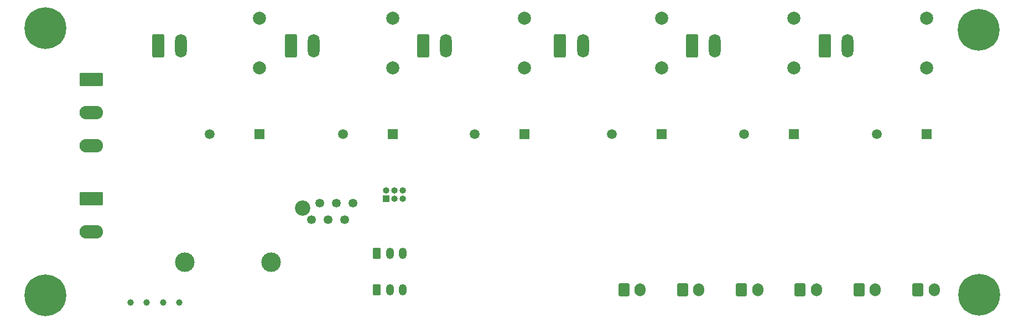
<source format=gbr>
%TF.GenerationSoftware,KiCad,Pcbnew,(6.0.7)*%
%TF.CreationDate,2023-04-19T22:26:27+02:00*%
%TF.ProjectId,mainboard,6d61696e-626f-4617-9264-2e6b69636164,rev?*%
%TF.SameCoordinates,Original*%
%TF.FileFunction,Soldermask,Bot*%
%TF.FilePolarity,Negative*%
%FSLAX46Y46*%
G04 Gerber Fmt 4.6, Leading zero omitted, Abs format (unit mm)*
G04 Created by KiCad (PCBNEW (6.0.7)) date 2023-04-19 22:26:27*
%MOMM*%
%LPD*%
G01*
G04 APERTURE LIST*
G04 Aperture macros list*
%AMRoundRect*
0 Rectangle with rounded corners*
0 $1 Rounding radius*
0 $2 $3 $4 $5 $6 $7 $8 $9 X,Y pos of 4 corners*
0 Add a 4 corners polygon primitive as box body*
4,1,4,$2,$3,$4,$5,$6,$7,$8,$9,$2,$3,0*
0 Add four circle primitives for the rounded corners*
1,1,$1+$1,$2,$3*
1,1,$1+$1,$4,$5*
1,1,$1+$1,$6,$7*
1,1,$1+$1,$8,$9*
0 Add four rect primitives between the rounded corners*
20,1,$1+$1,$2,$3,$4,$5,0*
20,1,$1+$1,$4,$5,$6,$7,0*
20,1,$1+$1,$6,$7,$8,$9,0*
20,1,$1+$1,$8,$9,$2,$3,0*%
G04 Aperture macros list end*
%ADD10RoundRect,0.250000X-0.650000X-1.550000X0.650000X-1.550000X0.650000X1.550000X-0.650000X1.550000X0*%
%ADD11O,1.800000X3.600000*%
%ADD12C,1.000000*%
%ADD13RoundRect,0.249999X-1.550001X0.790001X-1.550001X-0.790001X1.550001X-0.790001X1.550001X0.790001X0*%
%ADD14O,3.600000X2.080000*%
%ADD15R,1.520000X1.520000*%
%ADD16C,2.000000*%
%ADD17C,1.520000*%
%ADD18RoundRect,0.250000X-0.600000X-0.750000X0.600000X-0.750000X0.600000X0.750000X-0.600000X0.750000X0*%
%ADD19O,1.700000X2.000000*%
%ADD20C,6.400000*%
%ADD21RoundRect,0.250000X-0.350000X-0.625000X0.350000X-0.625000X0.350000X0.625000X-0.350000X0.625000X0*%
%ADD22O,1.200000X1.750000*%
%ADD23R,1.000000X1.000000*%
%ADD24O,1.000000X1.000000*%
%ADD25C,3.000000*%
%ADD26C,1.350000*%
%ADD27C,2.350000*%
G04 APERTURE END LIST*
D10*
%TO.C,J3*%
X97740000Y-74830000D03*
D11*
X101240000Y-74830000D03*
%TD*%
D12*
%TO.C,TP2*%
X96025000Y-114200000D03*
%TD*%
D10*
%TO.C,J10*%
X159283500Y-74842500D03*
D11*
X162783500Y-74842500D03*
%TD*%
D13*
%TO.C,J1*%
X87555000Y-79980000D03*
D14*
X87555000Y-85060000D03*
X87555000Y-90140000D03*
%TD*%
D10*
%TO.C,J13*%
X179483500Y-74842500D03*
D11*
X182983500Y-74842500D03*
%TD*%
D15*
%TO.C,K2*%
X133648500Y-88348000D03*
D16*
X133648500Y-78188000D03*
X133648500Y-70568000D03*
D17*
X126028500Y-88348000D03*
%TD*%
D15*
%TO.C,K4*%
X174848500Y-88348000D03*
D16*
X174848500Y-78188000D03*
X174848500Y-70568000D03*
D17*
X167228500Y-88348000D03*
%TD*%
D18*
%TO.C,J12*%
X178032000Y-112275000D03*
D19*
X180532000Y-112275000D03*
%TD*%
D15*
%TO.C,K6*%
X215400000Y-88348000D03*
D16*
X215400000Y-78188000D03*
X215400000Y-70568000D03*
D17*
X207780000Y-88348000D03*
%TD*%
D12*
%TO.C,TP1*%
X93525000Y-114200000D03*
%TD*%
D20*
%TO.C,H4*%
X223402000Y-113000000D03*
%TD*%
D21*
%TO.C,J7*%
X131225000Y-112275000D03*
D22*
X133225000Y-112275000D03*
X135225000Y-112275000D03*
%TD*%
D23*
%TO.C,J6*%
X132635000Y-98225000D03*
D24*
X132635000Y-96955000D03*
X133905000Y-98225000D03*
X133905000Y-96955000D03*
X135175000Y-98225000D03*
X135175000Y-96955000D03*
%TD*%
D15*
%TO.C,K3*%
X153848500Y-88348000D03*
D16*
X153848500Y-78188000D03*
X153848500Y-70568000D03*
D17*
X146228500Y-88348000D03*
%TD*%
D12*
%TO.C,TP4*%
X101025000Y-114200000D03*
%TD*%
D20*
%TO.C,H1*%
X80500000Y-113100000D03*
%TD*%
D25*
%TO.C,BT1*%
X115075000Y-108025000D03*
X101875000Y-108025000D03*
%TD*%
D10*
%TO.C,J16*%
X199767500Y-74842500D03*
D11*
X203267500Y-74842500D03*
%TD*%
D15*
%TO.C,K1*%
X113248500Y-88348000D03*
D16*
X113248500Y-78188000D03*
X113248500Y-70568000D03*
D17*
X105628500Y-88348000D03*
%TD*%
D18*
%TO.C,J17*%
X205032000Y-112275000D03*
D19*
X207532000Y-112275000D03*
%TD*%
D20*
%TO.C,H2*%
X80518000Y-72136000D03*
%TD*%
D10*
%TO.C,J4*%
X118083500Y-74850500D03*
D11*
X121583500Y-74850500D03*
%TD*%
D18*
%TO.C,J15*%
X196032000Y-112275000D03*
D19*
X198532000Y-112275000D03*
%TD*%
D20*
%TO.C,H3*%
X223320000Y-72336000D03*
%TD*%
D10*
%TO.C,J9*%
X138330000Y-74830000D03*
D11*
X141830000Y-74830000D03*
%TD*%
D18*
%TO.C,J18*%
X214032000Y-112275000D03*
D19*
X216532000Y-112275000D03*
%TD*%
%TO.C,J11*%
X171532000Y-112275000D03*
D18*
X169032000Y-112275000D03*
%TD*%
D15*
%TO.C,K5*%
X195048500Y-88348000D03*
D16*
X195048500Y-78188000D03*
X195048500Y-70568000D03*
D17*
X187428500Y-88348000D03*
%TD*%
D21*
%TO.C,J8*%
X131225000Y-106625000D03*
D22*
X133225000Y-106625000D03*
X135225000Y-106625000D03*
%TD*%
D13*
%TO.C,J2*%
X87577500Y-98260000D03*
D14*
X87577500Y-103340000D03*
%TD*%
D12*
%TO.C,TP3*%
X98525000Y-114200000D03*
%TD*%
D18*
%TO.C,J14*%
X187032000Y-112275000D03*
D19*
X189532000Y-112275000D03*
%TD*%
D26*
%TO.C,J5*%
X127625000Y-98985000D03*
X126355000Y-101525000D03*
X125085000Y-98985000D03*
X123815000Y-101525000D03*
X122545000Y-98985000D03*
X121275000Y-101525000D03*
D27*
X119875000Y-99725000D03*
%TD*%
M02*

</source>
